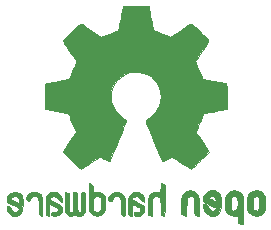
<source format=gbr>
G04 #@! TF.GenerationSoftware,KiCad,Pcbnew,(5.1.2)-1*
G04 #@! TF.CreationDate,2019-06-07T00:55:15-04:00*
G04 #@! TF.ProjectId,volt mod 2,766f6c74-206d-46f6-9420-322e6b696361,rev?*
G04 #@! TF.SameCoordinates,Original*
G04 #@! TF.FileFunction,Legend,Bot*
G04 #@! TF.FilePolarity,Positive*
%FSLAX46Y46*%
G04 Gerber Fmt 4.6, Leading zero omitted, Abs format (unit mm)*
G04 Created by KiCad (PCBNEW (5.1.2)-1) date 2019-06-07 00:55:15*
%MOMM*%
%LPD*%
G04 APERTURE LIST*
%ADD10C,0.010000*%
G04 APERTURE END LIST*
D10*
G36*
X60611643Y-126644997D02*
G01*
X60348323Y-126646439D01*
X60157754Y-126650342D01*
X60027655Y-126657937D01*
X59945743Y-126670450D01*
X59899734Y-126689111D01*
X59877347Y-126715148D01*
X59866298Y-126749788D01*
X59865224Y-126754272D01*
X59848441Y-126835189D01*
X59817375Y-126994842D01*
X59775258Y-127216238D01*
X59725321Y-127482385D01*
X59670797Y-127776290D01*
X59668893Y-127786612D01*
X59614277Y-128074636D01*
X59563178Y-128329115D01*
X59518894Y-128534785D01*
X59484721Y-128676385D01*
X59463957Y-128738650D01*
X59462967Y-128739753D01*
X59401801Y-128770159D01*
X59275690Y-128820828D01*
X59111869Y-128880822D01*
X59110957Y-128881142D01*
X58904612Y-128958704D01*
X58661340Y-129057507D01*
X58432031Y-129156848D01*
X58421178Y-129161760D01*
X58047683Y-129331276D01*
X57220635Y-128766495D01*
X56966923Y-128594320D01*
X56737098Y-128440395D01*
X56544475Y-128313474D01*
X56402368Y-128222309D01*
X56324093Y-128175655D01*
X56316660Y-128172195D01*
X56259776Y-128187600D01*
X56153531Y-128261927D01*
X55993781Y-128398681D01*
X55776384Y-128601368D01*
X55554452Y-128817008D01*
X55340509Y-129029503D01*
X55149031Y-129223410D01*
X54991545Y-129386754D01*
X54879578Y-129507561D01*
X54824657Y-129573855D01*
X54822614Y-129577268D01*
X54816542Y-129622761D01*
X54839416Y-129697056D01*
X54896885Y-129810186D01*
X54994601Y-129972185D01*
X55138216Y-130193086D01*
X55329667Y-130477460D01*
X55499577Y-130727759D01*
X55651462Y-130952250D01*
X55776545Y-131137900D01*
X55866051Y-131271675D01*
X55911200Y-131340542D01*
X55914042Y-131345218D01*
X55908530Y-131411201D01*
X55866745Y-131539448D01*
X55797003Y-131705720D01*
X55772146Y-131758819D01*
X55663689Y-131995377D01*
X55547980Y-132263789D01*
X55453985Y-132496035D01*
X55386255Y-132668407D01*
X55332457Y-132799403D01*
X55301369Y-132867867D01*
X55297504Y-132873142D01*
X55240329Y-132881880D01*
X55105552Y-132905823D01*
X54911094Y-132941562D01*
X54674875Y-132985689D01*
X54414816Y-133034795D01*
X54148837Y-133085472D01*
X53894857Y-133134313D01*
X53670799Y-133177909D01*
X53494580Y-133212851D01*
X53384123Y-133235732D01*
X53357030Y-133242201D01*
X53329044Y-133258167D01*
X53307919Y-133294227D01*
X53292703Y-133362552D01*
X53282447Y-133475315D01*
X53276200Y-133644686D01*
X53273012Y-133882838D01*
X53271933Y-134201942D01*
X53271877Y-134332741D01*
X53271877Y-135396511D01*
X53527337Y-135446933D01*
X53669463Y-135474273D01*
X53881550Y-135514182D01*
X54137807Y-135561845D01*
X54412442Y-135612446D01*
X54488352Y-135626344D01*
X54741779Y-135675617D01*
X54962553Y-135724070D01*
X55132143Y-135767215D01*
X55232020Y-135800563D01*
X55248657Y-135810502D01*
X55289511Y-135880891D01*
X55348087Y-136017283D01*
X55413045Y-136192805D01*
X55425929Y-136230613D01*
X55511066Y-136465030D01*
X55616744Y-136729524D01*
X55720160Y-136967041D01*
X55720670Y-136968144D01*
X55892888Y-137340733D01*
X55326476Y-138173893D01*
X54760065Y-139007053D01*
X55487298Y-139735500D01*
X55707252Y-139952302D01*
X55907868Y-140143414D01*
X56077878Y-140298636D01*
X56206015Y-140407764D01*
X56281011Y-140460595D01*
X56291769Y-140463947D01*
X56354933Y-140437549D01*
X56483820Y-140364160D01*
X56664351Y-140252484D01*
X56882446Y-140111224D01*
X57118246Y-139953027D01*
X57357564Y-139791664D01*
X57570941Y-139651252D01*
X57744825Y-139540431D01*
X57865666Y-139467838D01*
X57919737Y-139442108D01*
X57985706Y-139463880D01*
X58110802Y-139521251D01*
X58269220Y-139602300D01*
X58286013Y-139611309D01*
X58499348Y-139718300D01*
X58645636Y-139770772D01*
X58736620Y-139771330D01*
X58784041Y-139722580D01*
X58784317Y-139721897D01*
X58808020Y-139664164D01*
X58864551Y-139527115D01*
X58949526Y-139321357D01*
X59058562Y-139057498D01*
X59187276Y-138746144D01*
X59331285Y-138397904D01*
X59470749Y-138060744D01*
X59624020Y-137688666D01*
X59764749Y-137343987D01*
X59888718Y-137037271D01*
X59991709Y-136779085D01*
X60069504Y-136579994D01*
X60117886Y-136450565D01*
X60132796Y-136402261D01*
X60095406Y-136346850D01*
X59997602Y-136258538D01*
X59867185Y-136161174D01*
X59495777Y-135853253D01*
X59205470Y-135500304D01*
X58999744Y-135109761D01*
X58882077Y-134689057D01*
X58855949Y-134245629D01*
X58874940Y-134040958D01*
X58978417Y-133616323D01*
X59156627Y-133241336D01*
X59398518Y-132919696D01*
X59693037Y-132655101D01*
X60029129Y-132451250D01*
X60395742Y-132311842D01*
X60781823Y-132240574D01*
X61176319Y-132241145D01*
X61568175Y-132317254D01*
X61946340Y-132472599D01*
X62299760Y-132710879D01*
X62447273Y-132845639D01*
X62730184Y-133191679D01*
X62927168Y-133569826D01*
X63039536Y-133969055D01*
X63068599Y-134378345D01*
X63015669Y-134786672D01*
X62882057Y-135183013D01*
X62669075Y-135556345D01*
X62378034Y-135895645D01*
X62052814Y-136161174D01*
X61917348Y-136262671D01*
X61821651Y-136350025D01*
X61787203Y-136402343D01*
X61805240Y-136459398D01*
X61856538Y-136595698D01*
X61936876Y-136800678D01*
X62042036Y-137063772D01*
X62167796Y-137374416D01*
X62309937Y-137722043D01*
X62449635Y-138060826D01*
X62603759Y-138433222D01*
X62746518Y-138778307D01*
X62873529Y-139085477D01*
X62980411Y-139344125D01*
X63062780Y-139543647D01*
X63116253Y-139673435D01*
X63136067Y-139721897D01*
X63182876Y-139771129D01*
X63273417Y-139770985D01*
X63419342Y-139718877D01*
X63632302Y-139612216D01*
X63633986Y-139611309D01*
X63794330Y-139528536D01*
X63923948Y-139468242D01*
X63997037Y-139442346D01*
X64000263Y-139442108D01*
X64055284Y-139468374D01*
X64176757Y-139541416D01*
X64351129Y-139652595D01*
X64564850Y-139793273D01*
X64801753Y-139953027D01*
X65042945Y-140114779D01*
X65260326Y-140255450D01*
X65439816Y-140366335D01*
X65567336Y-140438730D01*
X65628230Y-140463947D01*
X65684303Y-140430803D01*
X65797040Y-140338173D01*
X65955177Y-140196257D01*
X66147449Y-140015255D01*
X66362591Y-139805369D01*
X66432952Y-139735249D01*
X67160434Y-139006552D01*
X66606705Y-138193900D01*
X66438423Y-137944342D01*
X66290729Y-137720366D01*
X66171910Y-137534949D01*
X66090250Y-137401065D01*
X66054036Y-137331690D01*
X66052975Y-137326755D01*
X66072067Y-137261364D01*
X66123418Y-137129825D01*
X66198140Y-136954181D01*
X66250588Y-136836591D01*
X66348654Y-136611461D01*
X66441007Y-136384015D01*
X66512606Y-136191839D01*
X66532056Y-136133295D01*
X66587314Y-135976956D01*
X66641331Y-135856158D01*
X66671001Y-135810502D01*
X66736476Y-135782561D01*
X66879376Y-135742951D01*
X67081161Y-135696162D01*
X67323288Y-135646683D01*
X67431647Y-135626344D01*
X67706811Y-135575781D01*
X67970746Y-135526822D01*
X68197659Y-135484281D01*
X68361761Y-135452975D01*
X68392662Y-135446933D01*
X68648122Y-135396511D01*
X68648122Y-134332741D01*
X68647548Y-133982950D01*
X68645193Y-133718300D01*
X68640107Y-133526622D01*
X68631339Y-133395744D01*
X68617938Y-133313493D01*
X68598954Y-133267698D01*
X68573438Y-133246188D01*
X68562969Y-133242201D01*
X68499826Y-133228056D01*
X68360325Y-133199834D01*
X68162389Y-133160943D01*
X67923935Y-133114792D01*
X67662886Y-133064788D01*
X67397161Y-133014341D01*
X67144681Y-132966858D01*
X66923365Y-132925748D01*
X66751134Y-132894419D01*
X66645908Y-132876278D01*
X66622495Y-132873142D01*
X66601284Y-132831173D01*
X66554332Y-132719370D01*
X66490419Y-132558888D01*
X66466014Y-132496035D01*
X66367580Y-132253203D01*
X66251666Y-131984918D01*
X66147853Y-131758819D01*
X66071465Y-131585935D01*
X66020644Y-131443877D01*
X66003679Y-131356878D01*
X66006384Y-131345218D01*
X66042239Y-131290170D01*
X66124108Y-131167739D01*
X66243205Y-130990962D01*
X66390742Y-130772877D01*
X66557931Y-130526520D01*
X66590990Y-130477891D01*
X66784980Y-130189773D01*
X66927579Y-129970377D01*
X67024473Y-129809602D01*
X67081346Y-129697346D01*
X67103884Y-129623510D01*
X67097772Y-129577990D01*
X67097616Y-129577700D01*
X67049511Y-129517910D01*
X66943111Y-129402319D01*
X66789948Y-129242909D01*
X66601555Y-129051665D01*
X66389465Y-128840568D01*
X66365547Y-128817008D01*
X66098262Y-128558172D01*
X65891992Y-128368117D01*
X65742592Y-128243337D01*
X65645920Y-128180327D01*
X65603339Y-128172195D01*
X65541196Y-128207672D01*
X65412237Y-128289623D01*
X65229778Y-128409292D01*
X65007133Y-128557926D01*
X64757616Y-128726772D01*
X64699364Y-128766495D01*
X63872316Y-129331276D01*
X63498821Y-129161760D01*
X63271684Y-129062971D01*
X63027872Y-128963617D01*
X62818275Y-128884401D01*
X62809042Y-128881142D01*
X62645095Y-128821129D01*
X62518715Y-128770382D01*
X62457137Y-128739841D01*
X62457032Y-128739753D01*
X62437493Y-128684548D01*
X62404279Y-128548779D01*
X62360687Y-128347709D01*
X62310016Y-128096599D01*
X62255561Y-127810713D01*
X62251106Y-127786612D01*
X62196482Y-127492059D01*
X62146336Y-127224684D01*
X62103898Y-127001480D01*
X62072402Y-126839439D01*
X62055077Y-126755553D01*
X62054775Y-126754272D01*
X62044232Y-126718588D01*
X62023731Y-126691646D01*
X61980989Y-126672218D01*
X61903724Y-126659075D01*
X61779652Y-126650989D01*
X61596491Y-126646732D01*
X61341958Y-126645075D01*
X61003769Y-126644790D01*
X60960000Y-126644790D01*
X60611643Y-126644997D01*
X60611643Y-126644997D01*
G37*
X60611643Y-126644997D02*
X60348323Y-126646439D01*
X60157754Y-126650342D01*
X60027655Y-126657937D01*
X59945743Y-126670450D01*
X59899734Y-126689111D01*
X59877347Y-126715148D01*
X59866298Y-126749788D01*
X59865224Y-126754272D01*
X59848441Y-126835189D01*
X59817375Y-126994842D01*
X59775258Y-127216238D01*
X59725321Y-127482385D01*
X59670797Y-127776290D01*
X59668893Y-127786612D01*
X59614277Y-128074636D01*
X59563178Y-128329115D01*
X59518894Y-128534785D01*
X59484721Y-128676385D01*
X59463957Y-128738650D01*
X59462967Y-128739753D01*
X59401801Y-128770159D01*
X59275690Y-128820828D01*
X59111869Y-128880822D01*
X59110957Y-128881142D01*
X58904612Y-128958704D01*
X58661340Y-129057507D01*
X58432031Y-129156848D01*
X58421178Y-129161760D01*
X58047683Y-129331276D01*
X57220635Y-128766495D01*
X56966923Y-128594320D01*
X56737098Y-128440395D01*
X56544475Y-128313474D01*
X56402368Y-128222309D01*
X56324093Y-128175655D01*
X56316660Y-128172195D01*
X56259776Y-128187600D01*
X56153531Y-128261927D01*
X55993781Y-128398681D01*
X55776384Y-128601368D01*
X55554452Y-128817008D01*
X55340509Y-129029503D01*
X55149031Y-129223410D01*
X54991545Y-129386754D01*
X54879578Y-129507561D01*
X54824657Y-129573855D01*
X54822614Y-129577268D01*
X54816542Y-129622761D01*
X54839416Y-129697056D01*
X54896885Y-129810186D01*
X54994601Y-129972185D01*
X55138216Y-130193086D01*
X55329667Y-130477460D01*
X55499577Y-130727759D01*
X55651462Y-130952250D01*
X55776545Y-131137900D01*
X55866051Y-131271675D01*
X55911200Y-131340542D01*
X55914042Y-131345218D01*
X55908530Y-131411201D01*
X55866745Y-131539448D01*
X55797003Y-131705720D01*
X55772146Y-131758819D01*
X55663689Y-131995377D01*
X55547980Y-132263789D01*
X55453985Y-132496035D01*
X55386255Y-132668407D01*
X55332457Y-132799403D01*
X55301369Y-132867867D01*
X55297504Y-132873142D01*
X55240329Y-132881880D01*
X55105552Y-132905823D01*
X54911094Y-132941562D01*
X54674875Y-132985689D01*
X54414816Y-133034795D01*
X54148837Y-133085472D01*
X53894857Y-133134313D01*
X53670799Y-133177909D01*
X53494580Y-133212851D01*
X53384123Y-133235732D01*
X53357030Y-133242201D01*
X53329044Y-133258167D01*
X53307919Y-133294227D01*
X53292703Y-133362552D01*
X53282447Y-133475315D01*
X53276200Y-133644686D01*
X53273012Y-133882838D01*
X53271933Y-134201942D01*
X53271877Y-134332741D01*
X53271877Y-135396511D01*
X53527337Y-135446933D01*
X53669463Y-135474273D01*
X53881550Y-135514182D01*
X54137807Y-135561845D01*
X54412442Y-135612446D01*
X54488352Y-135626344D01*
X54741779Y-135675617D01*
X54962553Y-135724070D01*
X55132143Y-135767215D01*
X55232020Y-135800563D01*
X55248657Y-135810502D01*
X55289511Y-135880891D01*
X55348087Y-136017283D01*
X55413045Y-136192805D01*
X55425929Y-136230613D01*
X55511066Y-136465030D01*
X55616744Y-136729524D01*
X55720160Y-136967041D01*
X55720670Y-136968144D01*
X55892888Y-137340733D01*
X55326476Y-138173893D01*
X54760065Y-139007053D01*
X55487298Y-139735500D01*
X55707252Y-139952302D01*
X55907868Y-140143414D01*
X56077878Y-140298636D01*
X56206015Y-140407764D01*
X56281011Y-140460595D01*
X56291769Y-140463947D01*
X56354933Y-140437549D01*
X56483820Y-140364160D01*
X56664351Y-140252484D01*
X56882446Y-140111224D01*
X57118246Y-139953027D01*
X57357564Y-139791664D01*
X57570941Y-139651252D01*
X57744825Y-139540431D01*
X57865666Y-139467838D01*
X57919737Y-139442108D01*
X57985706Y-139463880D01*
X58110802Y-139521251D01*
X58269220Y-139602300D01*
X58286013Y-139611309D01*
X58499348Y-139718300D01*
X58645636Y-139770772D01*
X58736620Y-139771330D01*
X58784041Y-139722580D01*
X58784317Y-139721897D01*
X58808020Y-139664164D01*
X58864551Y-139527115D01*
X58949526Y-139321357D01*
X59058562Y-139057498D01*
X59187276Y-138746144D01*
X59331285Y-138397904D01*
X59470749Y-138060744D01*
X59624020Y-137688666D01*
X59764749Y-137343987D01*
X59888718Y-137037271D01*
X59991709Y-136779085D01*
X60069504Y-136579994D01*
X60117886Y-136450565D01*
X60132796Y-136402261D01*
X60095406Y-136346850D01*
X59997602Y-136258538D01*
X59867185Y-136161174D01*
X59495777Y-135853253D01*
X59205470Y-135500304D01*
X58999744Y-135109761D01*
X58882077Y-134689057D01*
X58855949Y-134245629D01*
X58874940Y-134040958D01*
X58978417Y-133616323D01*
X59156627Y-133241336D01*
X59398518Y-132919696D01*
X59693037Y-132655101D01*
X60029129Y-132451250D01*
X60395742Y-132311842D01*
X60781823Y-132240574D01*
X61176319Y-132241145D01*
X61568175Y-132317254D01*
X61946340Y-132472599D01*
X62299760Y-132710879D01*
X62447273Y-132845639D01*
X62730184Y-133191679D01*
X62927168Y-133569826D01*
X63039536Y-133969055D01*
X63068599Y-134378345D01*
X63015669Y-134786672D01*
X62882057Y-135183013D01*
X62669075Y-135556345D01*
X62378034Y-135895645D01*
X62052814Y-136161174D01*
X61917348Y-136262671D01*
X61821651Y-136350025D01*
X61787203Y-136402343D01*
X61805240Y-136459398D01*
X61856538Y-136595698D01*
X61936876Y-136800678D01*
X62042036Y-137063772D01*
X62167796Y-137374416D01*
X62309937Y-137722043D01*
X62449635Y-138060826D01*
X62603759Y-138433222D01*
X62746518Y-138778307D01*
X62873529Y-139085477D01*
X62980411Y-139344125D01*
X63062780Y-139543647D01*
X63116253Y-139673435D01*
X63136067Y-139721897D01*
X63182876Y-139771129D01*
X63273417Y-139770985D01*
X63419342Y-139718877D01*
X63632302Y-139612216D01*
X63633986Y-139611309D01*
X63794330Y-139528536D01*
X63923948Y-139468242D01*
X63997037Y-139442346D01*
X64000263Y-139442108D01*
X64055284Y-139468374D01*
X64176757Y-139541416D01*
X64351129Y-139652595D01*
X64564850Y-139793273D01*
X64801753Y-139953027D01*
X65042945Y-140114779D01*
X65260326Y-140255450D01*
X65439816Y-140366335D01*
X65567336Y-140438730D01*
X65628230Y-140463947D01*
X65684303Y-140430803D01*
X65797040Y-140338173D01*
X65955177Y-140196257D01*
X66147449Y-140015255D01*
X66362591Y-139805369D01*
X66432952Y-139735249D01*
X67160434Y-139006552D01*
X66606705Y-138193900D01*
X66438423Y-137944342D01*
X66290729Y-137720366D01*
X66171910Y-137534949D01*
X66090250Y-137401065D01*
X66054036Y-137331690D01*
X66052975Y-137326755D01*
X66072067Y-137261364D01*
X66123418Y-137129825D01*
X66198140Y-136954181D01*
X66250588Y-136836591D01*
X66348654Y-136611461D01*
X66441007Y-136384015D01*
X66512606Y-136191839D01*
X66532056Y-136133295D01*
X66587314Y-135976956D01*
X66641331Y-135856158D01*
X66671001Y-135810502D01*
X66736476Y-135782561D01*
X66879376Y-135742951D01*
X67081161Y-135696162D01*
X67323288Y-135646683D01*
X67431647Y-135626344D01*
X67706811Y-135575781D01*
X67970746Y-135526822D01*
X68197659Y-135484281D01*
X68361761Y-135452975D01*
X68392662Y-135446933D01*
X68648122Y-135396511D01*
X68648122Y-134332741D01*
X68647548Y-133982950D01*
X68645193Y-133718300D01*
X68640107Y-133526622D01*
X68631339Y-133395744D01*
X68617938Y-133313493D01*
X68598954Y-133267698D01*
X68573438Y-133246188D01*
X68562969Y-133242201D01*
X68499826Y-133228056D01*
X68360325Y-133199834D01*
X68162389Y-133160943D01*
X67923935Y-133114792D01*
X67662886Y-133064788D01*
X67397161Y-133014341D01*
X67144681Y-132966858D01*
X66923365Y-132925748D01*
X66751134Y-132894419D01*
X66645908Y-132876278D01*
X66622495Y-132873142D01*
X66601284Y-132831173D01*
X66554332Y-132719370D01*
X66490419Y-132558888D01*
X66466014Y-132496035D01*
X66367580Y-132253203D01*
X66251666Y-131984918D01*
X66147853Y-131758819D01*
X66071465Y-131585935D01*
X66020644Y-131443877D01*
X66003679Y-131356878D01*
X66006384Y-131345218D01*
X66042239Y-131290170D01*
X66124108Y-131167739D01*
X66243205Y-130990962D01*
X66390742Y-130772877D01*
X66557931Y-130526520D01*
X66590990Y-130477891D01*
X66784980Y-130189773D01*
X66927579Y-129970377D01*
X67024473Y-129809602D01*
X67081346Y-129697346D01*
X67103884Y-129623510D01*
X67097772Y-129577990D01*
X67097616Y-129577700D01*
X67049511Y-129517910D01*
X66943111Y-129402319D01*
X66789948Y-129242909D01*
X66601555Y-129051665D01*
X66389465Y-128840568D01*
X66365547Y-128817008D01*
X66098262Y-128558172D01*
X65891992Y-128368117D01*
X65742592Y-128243337D01*
X65645920Y-128180327D01*
X65603339Y-128172195D01*
X65541196Y-128207672D01*
X65412237Y-128289623D01*
X65229778Y-128409292D01*
X65007133Y-128557926D01*
X64757616Y-128726772D01*
X64699364Y-128766495D01*
X63872316Y-129331276D01*
X63498821Y-129161760D01*
X63271684Y-129062971D01*
X63027872Y-128963617D01*
X62818275Y-128884401D01*
X62809042Y-128881142D01*
X62645095Y-128821129D01*
X62518715Y-128770382D01*
X62457137Y-128739841D01*
X62457032Y-128739753D01*
X62437493Y-128684548D01*
X62404279Y-128548779D01*
X62360687Y-128347709D01*
X62310016Y-128096599D01*
X62255561Y-127810713D01*
X62251106Y-127786612D01*
X62196482Y-127492059D01*
X62146336Y-127224684D01*
X62103898Y-127001480D01*
X62072402Y-126839439D01*
X62055077Y-126755553D01*
X62054775Y-126754272D01*
X62044232Y-126718588D01*
X62023731Y-126691646D01*
X61980989Y-126672218D01*
X61903724Y-126659075D01*
X61779652Y-126650989D01*
X61596491Y-126646732D01*
X61341958Y-126645075D01*
X61003769Y-126644790D01*
X60960000Y-126644790D01*
X60611643Y-126644997D01*
G36*
X50387601Y-142484233D02*
G01*
X50195083Y-142610057D01*
X50102226Y-142722696D01*
X50028660Y-142927092D01*
X50022817Y-143088830D01*
X50036053Y-143305094D01*
X50534808Y-143523398D01*
X50777315Y-143634930D01*
X50935771Y-143724650D01*
X51018164Y-143802361D01*
X51032482Y-143877867D01*
X50986713Y-143960971D01*
X50936245Y-144016054D01*
X50789395Y-144104389D01*
X50629672Y-144110579D01*
X50482980Y-144041735D01*
X50375219Y-143904972D01*
X50355945Y-143856680D01*
X50263624Y-143705848D01*
X50157412Y-143641567D01*
X50011724Y-143586576D01*
X50011724Y-143795057D01*
X50024604Y-143936926D01*
X50075057Y-144056563D01*
X50180803Y-144193927D01*
X50196520Y-144211777D01*
X50314145Y-144333986D01*
X50415254Y-144399570D01*
X50541750Y-144429742D01*
X50646616Y-144439623D01*
X50834189Y-144442085D01*
X50967716Y-144410892D01*
X51051017Y-144364579D01*
X51181937Y-144262735D01*
X51272561Y-144152591D01*
X51329913Y-144014069D01*
X51361020Y-143827090D01*
X51372906Y-143571577D01*
X51373855Y-143441894D01*
X51370629Y-143286421D01*
X51076834Y-143286421D01*
X51073427Y-143369827D01*
X51064934Y-143383487D01*
X51008890Y-143364931D01*
X50888282Y-143315822D01*
X50727087Y-143246002D01*
X50693378Y-143230995D01*
X50489661Y-143127404D01*
X50377421Y-143036359D01*
X50352753Y-142951081D01*
X50411755Y-142864794D01*
X50460482Y-142826667D01*
X50636306Y-142750417D01*
X50800873Y-142763014D01*
X50938646Y-142856086D01*
X51034087Y-143021256D01*
X51064686Y-143152357D01*
X51076834Y-143286421D01*
X51370629Y-143286421D01*
X51367568Y-143138919D01*
X51344401Y-142914756D01*
X51298510Y-142751526D01*
X51224046Y-142631352D01*
X51115164Y-142536355D01*
X51067695Y-142505655D01*
X50852062Y-142425703D01*
X50615979Y-142420672D01*
X50387601Y-142484233D01*
X50387601Y-142484233D01*
G37*
X50387601Y-142484233D02*
X50195083Y-142610057D01*
X50102226Y-142722696D01*
X50028660Y-142927092D01*
X50022817Y-143088830D01*
X50036053Y-143305094D01*
X50534808Y-143523398D01*
X50777315Y-143634930D01*
X50935771Y-143724650D01*
X51018164Y-143802361D01*
X51032482Y-143877867D01*
X50986713Y-143960971D01*
X50936245Y-144016054D01*
X50789395Y-144104389D01*
X50629672Y-144110579D01*
X50482980Y-144041735D01*
X50375219Y-143904972D01*
X50355945Y-143856680D01*
X50263624Y-143705848D01*
X50157412Y-143641567D01*
X50011724Y-143586576D01*
X50011724Y-143795057D01*
X50024604Y-143936926D01*
X50075057Y-144056563D01*
X50180803Y-144193927D01*
X50196520Y-144211777D01*
X50314145Y-144333986D01*
X50415254Y-144399570D01*
X50541750Y-144429742D01*
X50646616Y-144439623D01*
X50834189Y-144442085D01*
X50967716Y-144410892D01*
X51051017Y-144364579D01*
X51181937Y-144262735D01*
X51272561Y-144152591D01*
X51329913Y-144014069D01*
X51361020Y-143827090D01*
X51372906Y-143571577D01*
X51373855Y-143441894D01*
X51370629Y-143286421D01*
X51076834Y-143286421D01*
X51073427Y-143369827D01*
X51064934Y-143383487D01*
X51008890Y-143364931D01*
X50888282Y-143315822D01*
X50727087Y-143246002D01*
X50693378Y-143230995D01*
X50489661Y-143127404D01*
X50377421Y-143036359D01*
X50352753Y-142951081D01*
X50411755Y-142864794D01*
X50460482Y-142826667D01*
X50636306Y-142750417D01*
X50800873Y-142763014D01*
X50938646Y-142856086D01*
X51034087Y-143021256D01*
X51064686Y-143152357D01*
X51076834Y-143286421D01*
X51370629Y-143286421D01*
X51367568Y-143138919D01*
X51344401Y-142914756D01*
X51298510Y-142751526D01*
X51224046Y-142631352D01*
X51115164Y-142536355D01*
X51067695Y-142505655D01*
X50852062Y-142425703D01*
X50615979Y-142420672D01*
X50387601Y-142484233D01*
G36*
X52067184Y-142456697D02*
G01*
X52009024Y-142482116D01*
X51870205Y-142592059D01*
X51751495Y-142751030D01*
X51678079Y-142920677D01*
X51666130Y-143004313D01*
X51706191Y-143121078D01*
X51794065Y-143182862D01*
X51888282Y-143220273D01*
X51931423Y-143227167D01*
X51952429Y-143177138D01*
X51993910Y-143068269D01*
X52012108Y-143019076D01*
X52114152Y-142848913D01*
X52261897Y-142764038D01*
X52451345Y-142766648D01*
X52465377Y-142769991D01*
X52566519Y-142817945D01*
X52640876Y-142911432D01*
X52691662Y-143061939D01*
X52722092Y-143280951D01*
X52735382Y-143579956D01*
X52736628Y-143739056D01*
X52737246Y-143989855D01*
X52741295Y-144160825D01*
X52752067Y-144269454D01*
X52772853Y-144333230D01*
X52806945Y-144369643D01*
X52857635Y-144396179D01*
X52860565Y-144397515D01*
X52958182Y-144438787D01*
X53006542Y-144453985D01*
X53013973Y-144408037D01*
X53020334Y-144281034D01*
X53025168Y-144089235D01*
X53028015Y-143848902D01*
X53028582Y-143673024D01*
X53025687Y-143332688D01*
X53014363Y-143074495D01*
X52990654Y-142883374D01*
X52950603Y-142744253D01*
X52890253Y-142642060D01*
X52805647Y-142561724D01*
X52722101Y-142505655D01*
X52521209Y-142431032D01*
X52287404Y-142414202D01*
X52067184Y-142456697D01*
X52067184Y-142456697D01*
G37*
X52067184Y-142456697D02*
X52009024Y-142482116D01*
X51870205Y-142592059D01*
X51751495Y-142751030D01*
X51678079Y-142920677D01*
X51666130Y-143004313D01*
X51706191Y-143121078D01*
X51794065Y-143182862D01*
X51888282Y-143220273D01*
X51931423Y-143227167D01*
X51952429Y-143177138D01*
X51993910Y-143068269D01*
X52012108Y-143019076D01*
X52114152Y-142848913D01*
X52261897Y-142764038D01*
X52451345Y-142766648D01*
X52465377Y-142769991D01*
X52566519Y-142817945D01*
X52640876Y-142911432D01*
X52691662Y-143061939D01*
X52722092Y-143280951D01*
X52735382Y-143579956D01*
X52736628Y-143739056D01*
X52737246Y-143989855D01*
X52741295Y-144160825D01*
X52752067Y-144269454D01*
X52772853Y-144333230D01*
X52806945Y-144369643D01*
X52857635Y-144396179D01*
X52860565Y-144397515D01*
X52958182Y-144438787D01*
X53006542Y-144453985D01*
X53013973Y-144408037D01*
X53020334Y-144281034D01*
X53025168Y-144089235D01*
X53028015Y-143848902D01*
X53028582Y-143673024D01*
X53025687Y-143332688D01*
X53014363Y-143074495D01*
X52990654Y-142883374D01*
X52950603Y-142744253D01*
X52890253Y-142642060D01*
X52805647Y-142561724D01*
X52722101Y-142505655D01*
X52521209Y-142431032D01*
X52287404Y-142414202D01*
X52067184Y-142456697D01*
G36*
X53769322Y-142448594D02*
G01*
X53629218Y-142512323D01*
X53519250Y-142589543D01*
X53438676Y-142675887D01*
X53383046Y-142787272D01*
X53347911Y-142939616D01*
X53328821Y-143148835D01*
X53321328Y-143430846D01*
X53320536Y-143616555D01*
X53320536Y-144341046D01*
X53444473Y-144397515D01*
X53542090Y-144438787D01*
X53590450Y-144453985D01*
X53599702Y-144408762D01*
X53607042Y-144286824D01*
X53611536Y-144108772D01*
X53612490Y-143967395D01*
X53616590Y-143763146D01*
X53627646Y-143601113D01*
X53643789Y-143501891D01*
X53656613Y-143480805D01*
X53742814Y-143502338D01*
X53878138Y-143557566D01*
X54034830Y-143632436D01*
X54185137Y-143712892D01*
X54301307Y-143784880D01*
X54355587Y-143834346D01*
X54355802Y-143834881D01*
X54351133Y-143926428D01*
X54309268Y-144013820D01*
X54235765Y-144084802D01*
X54128484Y-144108543D01*
X54036798Y-144105777D01*
X53906942Y-144103741D01*
X53838779Y-144134164D01*
X53797841Y-144214543D01*
X53792679Y-144229700D01*
X53774933Y-144344331D01*
X53822391Y-144413934D01*
X53946093Y-144447105D01*
X54079719Y-144453240D01*
X54320183Y-144407763D01*
X54444662Y-144342817D01*
X54598395Y-144190246D01*
X54679927Y-144002971D01*
X54687244Y-143805085D01*
X54618331Y-143620685D01*
X54514672Y-143505134D01*
X54411177Y-143440442D01*
X54248508Y-143358542D01*
X54058946Y-143275486D01*
X54027350Y-143262795D01*
X53819131Y-143170908D01*
X53699102Y-143089923D01*
X53660499Y-143009413D01*
X53696560Y-142918950D01*
X53758467Y-142848238D01*
X53904787Y-142761170D01*
X54065783Y-142754640D01*
X54213427Y-142821735D01*
X54319690Y-142955544D01*
X54333638Y-142990067D01*
X54414840Y-143117042D01*
X54533392Y-143211309D01*
X54682988Y-143288668D01*
X54682988Y-143069307D01*
X54674183Y-142935280D01*
X54636430Y-142829644D01*
X54552721Y-142716939D01*
X54472364Y-142630127D01*
X54347409Y-142507204D01*
X54250323Y-142441171D01*
X54146046Y-142414684D01*
X54028011Y-142410307D01*
X53769322Y-142448594D01*
X53769322Y-142448594D01*
G37*
X53769322Y-142448594D02*
X53629218Y-142512323D01*
X53519250Y-142589543D01*
X53438676Y-142675887D01*
X53383046Y-142787272D01*
X53347911Y-142939616D01*
X53328821Y-143148835D01*
X53321328Y-143430846D01*
X53320536Y-143616555D01*
X53320536Y-144341046D01*
X53444473Y-144397515D01*
X53542090Y-144438787D01*
X53590450Y-144453985D01*
X53599702Y-144408762D01*
X53607042Y-144286824D01*
X53611536Y-144108772D01*
X53612490Y-143967395D01*
X53616590Y-143763146D01*
X53627646Y-143601113D01*
X53643789Y-143501891D01*
X53656613Y-143480805D01*
X53742814Y-143502338D01*
X53878138Y-143557566D01*
X54034830Y-143632436D01*
X54185137Y-143712892D01*
X54301307Y-143784880D01*
X54355587Y-143834346D01*
X54355802Y-143834881D01*
X54351133Y-143926428D01*
X54309268Y-144013820D01*
X54235765Y-144084802D01*
X54128484Y-144108543D01*
X54036798Y-144105777D01*
X53906942Y-144103741D01*
X53838779Y-144134164D01*
X53797841Y-144214543D01*
X53792679Y-144229700D01*
X53774933Y-144344331D01*
X53822391Y-144413934D01*
X53946093Y-144447105D01*
X54079719Y-144453240D01*
X54320183Y-144407763D01*
X54444662Y-144342817D01*
X54598395Y-144190246D01*
X54679927Y-144002971D01*
X54687244Y-143805085D01*
X54618331Y-143620685D01*
X54514672Y-143505134D01*
X54411177Y-143440442D01*
X54248508Y-143358542D01*
X54058946Y-143275486D01*
X54027350Y-143262795D01*
X53819131Y-143170908D01*
X53699102Y-143089923D01*
X53660499Y-143009413D01*
X53696560Y-142918950D01*
X53758467Y-142848238D01*
X53904787Y-142761170D01*
X54065783Y-142754640D01*
X54213427Y-142821735D01*
X54319690Y-142955544D01*
X54333638Y-142990067D01*
X54414840Y-143117042D01*
X54533392Y-143211309D01*
X54682988Y-143288668D01*
X54682988Y-143069307D01*
X54674183Y-142935280D01*
X54636430Y-142829644D01*
X54552721Y-142716939D01*
X54472364Y-142630127D01*
X54347409Y-142507204D01*
X54250323Y-142441171D01*
X54146046Y-142414684D01*
X54028011Y-142410307D01*
X53769322Y-142448594D01*
G36*
X54993127Y-142456400D02*
G01*
X54985701Y-142584422D01*
X54979882Y-142778985D01*
X54976141Y-143024702D01*
X54974942Y-143282426D01*
X54974942Y-144154545D01*
X55128925Y-144308528D01*
X55235037Y-144403412D01*
X55328184Y-144441845D01*
X55455496Y-144439413D01*
X55506032Y-144433223D01*
X55663983Y-144415210D01*
X55794629Y-144404888D01*
X55826475Y-144403935D01*
X55933834Y-144410171D01*
X56087381Y-144425824D01*
X56146917Y-144433223D01*
X56293143Y-144444668D01*
X56391411Y-144419808D01*
X56488850Y-144343058D01*
X56524024Y-144308528D01*
X56678007Y-144154545D01*
X56678007Y-142523246D01*
X56554070Y-142466776D01*
X56447350Y-142424950D01*
X56384913Y-142410307D01*
X56368904Y-142456583D01*
X56353942Y-142585884D01*
X56341022Y-142783914D01*
X56331143Y-143036380D01*
X56326378Y-143249675D01*
X56313065Y-144089042D01*
X56196920Y-144105464D01*
X56091284Y-144093982D01*
X56039523Y-144056805D01*
X56025055Y-143987298D01*
X56012702Y-143839240D01*
X56003448Y-143631391D01*
X55998272Y-143382512D01*
X55997526Y-143254435D01*
X55996781Y-142517145D01*
X55843543Y-142463726D01*
X55735084Y-142427406D01*
X55676087Y-142410468D01*
X55674386Y-142410307D01*
X55668467Y-142456349D01*
X55661961Y-142584018D01*
X55655414Y-142777632D01*
X55649373Y-143021507D01*
X55645152Y-143249675D01*
X55631839Y-144089042D01*
X55339885Y-144089042D01*
X55326487Y-143323275D01*
X55313090Y-142557508D01*
X55170762Y-142483908D01*
X55065678Y-142433366D01*
X55003483Y-142410431D01*
X55001688Y-142410307D01*
X54993127Y-142456400D01*
X54993127Y-142456400D01*
G37*
X54993127Y-142456400D02*
X54985701Y-142584422D01*
X54979882Y-142778985D01*
X54976141Y-143024702D01*
X54974942Y-143282426D01*
X54974942Y-144154545D01*
X55128925Y-144308528D01*
X55235037Y-144403412D01*
X55328184Y-144441845D01*
X55455496Y-144439413D01*
X55506032Y-144433223D01*
X55663983Y-144415210D01*
X55794629Y-144404888D01*
X55826475Y-144403935D01*
X55933834Y-144410171D01*
X56087381Y-144425824D01*
X56146917Y-144433223D01*
X56293143Y-144444668D01*
X56391411Y-144419808D01*
X56488850Y-144343058D01*
X56524024Y-144308528D01*
X56678007Y-144154545D01*
X56678007Y-142523246D01*
X56554070Y-142466776D01*
X56447350Y-142424950D01*
X56384913Y-142410307D01*
X56368904Y-142456583D01*
X56353942Y-142585884D01*
X56341022Y-142783914D01*
X56331143Y-143036380D01*
X56326378Y-143249675D01*
X56313065Y-144089042D01*
X56196920Y-144105464D01*
X56091284Y-144093982D01*
X56039523Y-144056805D01*
X56025055Y-143987298D01*
X56012702Y-143839240D01*
X56003448Y-143631391D01*
X55998272Y-143382512D01*
X55997526Y-143254435D01*
X55996781Y-142517145D01*
X55843543Y-142463726D01*
X55735084Y-142427406D01*
X55676087Y-142410468D01*
X55674386Y-142410307D01*
X55668467Y-142456349D01*
X55661961Y-142584018D01*
X55655414Y-142777632D01*
X55649373Y-143021507D01*
X55645152Y-143249675D01*
X55631839Y-144089042D01*
X55339885Y-144089042D01*
X55326487Y-143323275D01*
X55313090Y-142557508D01*
X55170762Y-142483908D01*
X55065678Y-142433366D01*
X55003483Y-142410431D01*
X55001688Y-142410307D01*
X54993127Y-142456400D01*
G36*
X56970143Y-142814093D02*
G01*
X56970761Y-143177769D01*
X56973153Y-143457532D01*
X56978329Y-143666784D01*
X56987296Y-143818926D01*
X57001064Y-143927359D01*
X57020639Y-144005485D01*
X57047032Y-144066707D01*
X57067016Y-144101652D01*
X57232517Y-144291157D01*
X57442352Y-144409942D01*
X57674514Y-144452564D01*
X57906992Y-144413583D01*
X58045428Y-144343532D01*
X58190758Y-144222353D01*
X58289805Y-144074354D01*
X58349565Y-143880534D01*
X58377031Y-143621892D01*
X58380921Y-143432146D01*
X58380397Y-143418510D01*
X58040459Y-143418510D01*
X58038383Y-143636096D01*
X58028870Y-143780134D01*
X58006992Y-143874364D01*
X57967824Y-143942523D01*
X57921024Y-143993936D01*
X57763854Y-144093175D01*
X57595100Y-144101653D01*
X57435607Y-144018799D01*
X57423193Y-144007572D01*
X57370209Y-143949171D01*
X57336986Y-143879686D01*
X57319000Y-143776270D01*
X57311725Y-143616073D01*
X57310574Y-143438965D01*
X57313068Y-143216467D01*
X57323392Y-143068037D01*
X57345809Y-142970489D01*
X57384582Y-142900637D01*
X57416374Y-142863539D01*
X57564061Y-142769975D01*
X57734154Y-142758725D01*
X57896508Y-142830190D01*
X57927840Y-142856720D01*
X57981178Y-142915636D01*
X58014469Y-142985837D01*
X58032344Y-143090418D01*
X58039434Y-143252479D01*
X58040459Y-143418510D01*
X58380397Y-143418510D01*
X58369160Y-143126579D01*
X58329213Y-142896993D01*
X58254087Y-142724387D01*
X58136786Y-142589760D01*
X58045428Y-142520759D01*
X57879373Y-142446214D01*
X57686908Y-142411613D01*
X57508001Y-142420875D01*
X57407892Y-142458238D01*
X57368607Y-142468872D01*
X57342539Y-142429225D01*
X57324342Y-142322981D01*
X57310574Y-142161145D01*
X57295501Y-141980902D01*
X57274564Y-141872458D01*
X57236468Y-141810446D01*
X57169915Y-141769499D01*
X57128103Y-141751366D01*
X56969961Y-141685120D01*
X56970143Y-142814093D01*
X56970143Y-142814093D01*
G37*
X56970143Y-142814093D02*
X56970761Y-143177769D01*
X56973153Y-143457532D01*
X56978329Y-143666784D01*
X56987296Y-143818926D01*
X57001064Y-143927359D01*
X57020639Y-144005485D01*
X57047032Y-144066707D01*
X57067016Y-144101652D01*
X57232517Y-144291157D01*
X57442352Y-144409942D01*
X57674514Y-144452564D01*
X57906992Y-144413583D01*
X58045428Y-144343532D01*
X58190758Y-144222353D01*
X58289805Y-144074354D01*
X58349565Y-143880534D01*
X58377031Y-143621892D01*
X58380921Y-143432146D01*
X58380397Y-143418510D01*
X58040459Y-143418510D01*
X58038383Y-143636096D01*
X58028870Y-143780134D01*
X58006992Y-143874364D01*
X57967824Y-143942523D01*
X57921024Y-143993936D01*
X57763854Y-144093175D01*
X57595100Y-144101653D01*
X57435607Y-144018799D01*
X57423193Y-144007572D01*
X57370209Y-143949171D01*
X57336986Y-143879686D01*
X57319000Y-143776270D01*
X57311725Y-143616073D01*
X57310574Y-143438965D01*
X57313068Y-143216467D01*
X57323392Y-143068037D01*
X57345809Y-142970489D01*
X57384582Y-142900637D01*
X57416374Y-142863539D01*
X57564061Y-142769975D01*
X57734154Y-142758725D01*
X57896508Y-142830190D01*
X57927840Y-142856720D01*
X57981178Y-142915636D01*
X58014469Y-142985837D01*
X58032344Y-143090418D01*
X58039434Y-143252479D01*
X58040459Y-143418510D01*
X58380397Y-143418510D01*
X58369160Y-143126579D01*
X58329213Y-142896993D01*
X58254087Y-142724387D01*
X58136786Y-142589760D01*
X58045428Y-142520759D01*
X57879373Y-142446214D01*
X57686908Y-142411613D01*
X57508001Y-142420875D01*
X57407892Y-142458238D01*
X57368607Y-142468872D01*
X57342539Y-142429225D01*
X57324342Y-142322981D01*
X57310574Y-142161145D01*
X57295501Y-141980902D01*
X57274564Y-141872458D01*
X57236468Y-141810446D01*
X57169915Y-141769499D01*
X57128103Y-141751366D01*
X56969961Y-141685120D01*
X56970143Y-142814093D01*
G36*
X59183428Y-142426534D02*
G01*
X58962391Y-142508099D01*
X58783317Y-142652366D01*
X58713280Y-142753920D01*
X58636929Y-142940268D01*
X58638515Y-143075010D01*
X58718653Y-143165631D01*
X58748304Y-143181040D01*
X58876326Y-143229084D01*
X58941706Y-143216776D01*
X58963852Y-143136098D01*
X58964980Y-143091533D01*
X59005523Y-142927581D01*
X59111198Y-142812891D01*
X59258076Y-142757497D01*
X59422227Y-142771435D01*
X59555663Y-142843827D01*
X59600731Y-142885120D01*
X59632677Y-142935216D01*
X59654256Y-143010942D01*
X59668227Y-143129128D01*
X59677345Y-143306600D01*
X59684369Y-143560186D01*
X59686188Y-143640479D01*
X59692822Y-143915158D01*
X59700364Y-144108481D01*
X59711675Y-144236388D01*
X59729615Y-144314822D01*
X59757045Y-144359725D01*
X59796823Y-144387038D01*
X59822290Y-144399105D01*
X59930444Y-144440367D01*
X59994110Y-144453985D01*
X60015146Y-144408505D01*
X60027987Y-144271006D01*
X60032700Y-144039902D01*
X60029356Y-143713604D01*
X60028314Y-143663276D01*
X60020965Y-143365581D01*
X60012274Y-143148205D01*
X59999908Y-142994153D01*
X59981530Y-142886430D01*
X59954805Y-142808042D01*
X59917398Y-142741994D01*
X59897830Y-142713691D01*
X59785634Y-142588467D01*
X59660150Y-142491063D01*
X59644787Y-142482561D01*
X59419777Y-142415433D01*
X59183428Y-142426534D01*
X59183428Y-142426534D01*
G37*
X59183428Y-142426534D02*
X58962391Y-142508099D01*
X58783317Y-142652366D01*
X58713280Y-142753920D01*
X58636929Y-142940268D01*
X58638515Y-143075010D01*
X58718653Y-143165631D01*
X58748304Y-143181040D01*
X58876326Y-143229084D01*
X58941706Y-143216776D01*
X58963852Y-143136098D01*
X58964980Y-143091533D01*
X59005523Y-142927581D01*
X59111198Y-142812891D01*
X59258076Y-142757497D01*
X59422227Y-142771435D01*
X59555663Y-142843827D01*
X59600731Y-142885120D01*
X59632677Y-142935216D01*
X59654256Y-143010942D01*
X59668227Y-143129128D01*
X59677345Y-143306600D01*
X59684369Y-143560186D01*
X59686188Y-143640479D01*
X59692822Y-143915158D01*
X59700364Y-144108481D01*
X59711675Y-144236388D01*
X59729615Y-144314822D01*
X59757045Y-144359725D01*
X59796823Y-144387038D01*
X59822290Y-144399105D01*
X59930444Y-144440367D01*
X59994110Y-144453985D01*
X60015146Y-144408505D01*
X60027987Y-144271006D01*
X60032700Y-144039902D01*
X60029356Y-143713604D01*
X60028314Y-143663276D01*
X60020965Y-143365581D01*
X60012274Y-143148205D01*
X59999908Y-142994153D01*
X59981530Y-142886430D01*
X59954805Y-142808042D01*
X59917398Y-142741994D01*
X59897830Y-142713691D01*
X59785634Y-142588467D01*
X59660150Y-142491063D01*
X59644787Y-142482561D01*
X59419777Y-142415433D01*
X59183428Y-142426534D01*
G36*
X60826759Y-142430601D02*
G01*
X60636095Y-142501403D01*
X60633914Y-142502764D01*
X60515994Y-142589550D01*
X60428940Y-142690973D01*
X60367714Y-142823145D01*
X60327277Y-143002182D01*
X60302591Y-143244195D01*
X60288618Y-143565299D01*
X60287393Y-143611048D01*
X60269800Y-144300869D01*
X60417848Y-144377427D01*
X60524970Y-144429163D01*
X60589649Y-144453678D01*
X60592641Y-144453985D01*
X60603834Y-144408751D01*
X60612725Y-144286736D01*
X60618194Y-144108468D01*
X60619387Y-143964116D01*
X60619414Y-143730271D01*
X60630104Y-143583419D01*
X60667367Y-143513376D01*
X60747112Y-143509958D01*
X60885251Y-143562983D01*
X61093812Y-143660454D01*
X61247171Y-143741409D01*
X61326048Y-143811644D01*
X61349236Y-143888194D01*
X61349272Y-143891982D01*
X61311007Y-144023852D01*
X61197717Y-144095091D01*
X61024336Y-144105410D01*
X60899450Y-144103620D01*
X60833601Y-144139589D01*
X60792536Y-144225985D01*
X60768901Y-144336054D01*
X60802961Y-144398508D01*
X60815786Y-144407446D01*
X60936528Y-144443343D01*
X61105612Y-144448426D01*
X61279739Y-144424631D01*
X61403124Y-144381147D01*
X61573713Y-144236309D01*
X61670681Y-144034694D01*
X61689885Y-143877180D01*
X61675230Y-143735104D01*
X61622199Y-143619127D01*
X61517194Y-143516121D01*
X61346614Y-143412954D01*
X61096862Y-143296496D01*
X61081647Y-143289914D01*
X60856671Y-143185981D01*
X60717843Y-143100743D01*
X60658338Y-143024147D01*
X60671328Y-142946139D01*
X60749988Y-142856664D01*
X60773510Y-142836073D01*
X60931067Y-142756236D01*
X61094323Y-142759597D01*
X61236505Y-142837874D01*
X61330840Y-142982781D01*
X61339605Y-143011224D01*
X61424962Y-143149174D01*
X61533271Y-143215620D01*
X61689885Y-143281471D01*
X61689885Y-143111097D01*
X61642244Y-142863454D01*
X61500841Y-142636307D01*
X61427258Y-142560318D01*
X61259991Y-142462790D01*
X61047274Y-142418640D01*
X60826759Y-142430601D01*
X60826759Y-142430601D01*
G37*
X60826759Y-142430601D02*
X60636095Y-142501403D01*
X60633914Y-142502764D01*
X60515994Y-142589550D01*
X60428940Y-142690973D01*
X60367714Y-142823145D01*
X60327277Y-143002182D01*
X60302591Y-143244195D01*
X60288618Y-143565299D01*
X60287393Y-143611048D01*
X60269800Y-144300869D01*
X60417848Y-144377427D01*
X60524970Y-144429163D01*
X60589649Y-144453678D01*
X60592641Y-144453985D01*
X60603834Y-144408751D01*
X60612725Y-144286736D01*
X60618194Y-144108468D01*
X60619387Y-143964116D01*
X60619414Y-143730271D01*
X60630104Y-143583419D01*
X60667367Y-143513376D01*
X60747112Y-143509958D01*
X60885251Y-143562983D01*
X61093812Y-143660454D01*
X61247171Y-143741409D01*
X61326048Y-143811644D01*
X61349236Y-143888194D01*
X61349272Y-143891982D01*
X61311007Y-144023852D01*
X61197717Y-144095091D01*
X61024336Y-144105410D01*
X60899450Y-144103620D01*
X60833601Y-144139589D01*
X60792536Y-144225985D01*
X60768901Y-144336054D01*
X60802961Y-144398508D01*
X60815786Y-144407446D01*
X60936528Y-144443343D01*
X61105612Y-144448426D01*
X61279739Y-144424631D01*
X61403124Y-144381147D01*
X61573713Y-144236309D01*
X61670681Y-144034694D01*
X61689885Y-143877180D01*
X61675230Y-143735104D01*
X61622199Y-143619127D01*
X61517194Y-143516121D01*
X61346614Y-143412954D01*
X61096862Y-143296496D01*
X61081647Y-143289914D01*
X60856671Y-143185981D01*
X60717843Y-143100743D01*
X60658338Y-143024147D01*
X60671328Y-142946139D01*
X60749988Y-142856664D01*
X60773510Y-142836073D01*
X60931067Y-142756236D01*
X61094323Y-142759597D01*
X61236505Y-142837874D01*
X61330840Y-142982781D01*
X61339605Y-143011224D01*
X61424962Y-143149174D01*
X61533271Y-143215620D01*
X61689885Y-143281471D01*
X61689885Y-143111097D01*
X61642244Y-142863454D01*
X61500841Y-142636307D01*
X61427258Y-142560318D01*
X61259991Y-142462790D01*
X61047274Y-142418640D01*
X60826759Y-142430601D01*
G36*
X63052337Y-142096429D02*
G01*
X63038077Y-142295313D01*
X63021698Y-142412511D01*
X62999002Y-142463632D01*
X62965788Y-142464286D01*
X62955019Y-142458183D01*
X62811767Y-142413997D01*
X62625425Y-142416577D01*
X62435976Y-142461999D01*
X62317483Y-142520759D01*
X62195991Y-142614631D01*
X62107177Y-142720865D01*
X62046208Y-142855850D01*
X62008250Y-143035976D01*
X61988468Y-143277633D01*
X61982030Y-143597211D01*
X61981914Y-143658516D01*
X61981839Y-144347147D01*
X62135077Y-144400566D01*
X62243913Y-144436908D01*
X62303626Y-144453828D01*
X62305383Y-144453985D01*
X62311264Y-144408100D01*
X62316268Y-144281539D01*
X62320016Y-144090941D01*
X62322127Y-143852948D01*
X62322452Y-143708252D01*
X62323129Y-143422955D01*
X62326614Y-143218480D01*
X62335088Y-143078334D01*
X62350734Y-142986023D01*
X62375731Y-142925053D01*
X62412262Y-142878931D01*
X62435071Y-142856720D01*
X62591751Y-142767214D01*
X62762726Y-142760511D01*
X62917850Y-142836208D01*
X62946537Y-142863539D01*
X62988613Y-142914929D01*
X63017799Y-142975886D01*
X63036429Y-143064025D01*
X63046839Y-143196961D01*
X63051363Y-143392309D01*
X63052337Y-143661652D01*
X63052337Y-144347147D01*
X63205575Y-144400566D01*
X63314411Y-144436908D01*
X63374124Y-144453828D01*
X63375881Y-144453985D01*
X63380375Y-144407414D01*
X63384425Y-144276051D01*
X63387870Y-144072422D01*
X63390547Y-143809054D01*
X63392294Y-143498471D01*
X63392949Y-143153201D01*
X63392950Y-143137843D01*
X63392950Y-141821701D01*
X63076666Y-141688289D01*
X63052337Y-142096429D01*
X63052337Y-142096429D01*
G37*
X63052337Y-142096429D02*
X63038077Y-142295313D01*
X63021698Y-142412511D01*
X62999002Y-142463632D01*
X62965788Y-142464286D01*
X62955019Y-142458183D01*
X62811767Y-142413997D01*
X62625425Y-142416577D01*
X62435976Y-142461999D01*
X62317483Y-142520759D01*
X62195991Y-142614631D01*
X62107177Y-142720865D01*
X62046208Y-142855850D01*
X62008250Y-143035976D01*
X61988468Y-143277633D01*
X61982030Y-143597211D01*
X61981914Y-143658516D01*
X61981839Y-144347147D01*
X62135077Y-144400566D01*
X62243913Y-144436908D01*
X62303626Y-144453828D01*
X62305383Y-144453985D01*
X62311264Y-144408100D01*
X62316268Y-144281539D01*
X62320016Y-144090941D01*
X62322127Y-143852948D01*
X62322452Y-143708252D01*
X62323129Y-143422955D01*
X62326614Y-143218480D01*
X62335088Y-143078334D01*
X62350734Y-142986023D01*
X62375731Y-142925053D01*
X62412262Y-142878931D01*
X62435071Y-142856720D01*
X62591751Y-142767214D01*
X62762726Y-142760511D01*
X62917850Y-142836208D01*
X62946537Y-142863539D01*
X62988613Y-142914929D01*
X63017799Y-142975886D01*
X63036429Y-143064025D01*
X63046839Y-143196961D01*
X63051363Y-143392309D01*
X63052337Y-143661652D01*
X63052337Y-144347147D01*
X63205575Y-144400566D01*
X63314411Y-144436908D01*
X63374124Y-144453828D01*
X63375881Y-144453985D01*
X63380375Y-144407414D01*
X63384425Y-144276051D01*
X63387870Y-144072422D01*
X63390547Y-143809054D01*
X63392294Y-143498471D01*
X63392949Y-143153201D01*
X63392950Y-143137843D01*
X63392950Y-141821701D01*
X63076666Y-141688289D01*
X63052337Y-142096429D01*
G36*
X67100747Y-142364461D02*
G01*
X66908903Y-142493519D01*
X66760648Y-142679915D01*
X66672084Y-142917109D01*
X66654172Y-143091691D01*
X66656206Y-143164544D01*
X66673240Y-143220324D01*
X66720064Y-143270298D01*
X66811473Y-143325733D01*
X66962258Y-143397896D01*
X67187213Y-143498055D01*
X67188352Y-143498558D01*
X67395415Y-143593396D01*
X67565212Y-143677609D01*
X67680388Y-143742133D01*
X67723590Y-143777900D01*
X67723601Y-143778188D01*
X67685525Y-143856074D01*
X67596484Y-143941924D01*
X67494263Y-144003769D01*
X67442474Y-144016054D01*
X67301184Y-143973564D01*
X67179512Y-143867152D01*
X67120145Y-143750156D01*
X67063033Y-143663905D01*
X66951161Y-143565681D01*
X66819654Y-143480827D01*
X66703632Y-143434681D01*
X66679371Y-143432146D01*
X66652062Y-143473868D01*
X66650416Y-143580519D01*
X66670486Y-143724321D01*
X66708322Y-143877501D01*
X66759977Y-144012283D01*
X66762586Y-144017516D01*
X66918031Y-144234557D01*
X67119493Y-144382185D01*
X67348288Y-144454644D01*
X67585733Y-144446177D01*
X67813146Y-144351027D01*
X67823257Y-144344337D01*
X68002150Y-144182211D01*
X68119780Y-143970682D01*
X68184877Y-143692543D01*
X68193613Y-143614398D01*
X68209086Y-143245549D01*
X68190537Y-143073541D01*
X67723601Y-143073541D01*
X67717534Y-143180838D01*
X67684351Y-143212152D01*
X67601623Y-143188725D01*
X67471221Y-143133348D01*
X67325457Y-143063932D01*
X67321834Y-143062094D01*
X67198283Y-142997108D01*
X67148697Y-142953740D01*
X67160925Y-142908275D01*
X67212412Y-142848536D01*
X67343399Y-142762085D01*
X67484462Y-142755733D01*
X67610995Y-142818649D01*
X67698392Y-142940003D01*
X67723601Y-143073541D01*
X68190537Y-143073541D01*
X68177260Y-142950435D01*
X68095609Y-142716382D01*
X67981939Y-142552413D01*
X67776775Y-142386716D01*
X67550786Y-142304519D01*
X67320075Y-142299281D01*
X67100747Y-142364461D01*
X67100747Y-142364461D01*
G37*
X67100747Y-142364461D02*
X66908903Y-142493519D01*
X66760648Y-142679915D01*
X66672084Y-142917109D01*
X66654172Y-143091691D01*
X66656206Y-143164544D01*
X66673240Y-143220324D01*
X66720064Y-143270298D01*
X66811473Y-143325733D01*
X66962258Y-143397896D01*
X67187213Y-143498055D01*
X67188352Y-143498558D01*
X67395415Y-143593396D01*
X67565212Y-143677609D01*
X67680388Y-143742133D01*
X67723590Y-143777900D01*
X67723601Y-143778188D01*
X67685525Y-143856074D01*
X67596484Y-143941924D01*
X67494263Y-144003769D01*
X67442474Y-144016054D01*
X67301184Y-143973564D01*
X67179512Y-143867152D01*
X67120145Y-143750156D01*
X67063033Y-143663905D01*
X66951161Y-143565681D01*
X66819654Y-143480827D01*
X66703632Y-143434681D01*
X66679371Y-143432146D01*
X66652062Y-143473868D01*
X66650416Y-143580519D01*
X66670486Y-143724321D01*
X66708322Y-143877501D01*
X66759977Y-144012283D01*
X66762586Y-144017516D01*
X66918031Y-144234557D01*
X67119493Y-144382185D01*
X67348288Y-144454644D01*
X67585733Y-144446177D01*
X67813146Y-144351027D01*
X67823257Y-144344337D01*
X68002150Y-144182211D01*
X68119780Y-143970682D01*
X68184877Y-143692543D01*
X68193613Y-143614398D01*
X68209086Y-143245549D01*
X68190537Y-143073541D01*
X67723601Y-143073541D01*
X67717534Y-143180838D01*
X67684351Y-143212152D01*
X67601623Y-143188725D01*
X67471221Y-143133348D01*
X67325457Y-143063932D01*
X67321834Y-143062094D01*
X67198283Y-142997108D01*
X67148697Y-142953740D01*
X67160925Y-142908275D01*
X67212412Y-142848536D01*
X67343399Y-142762085D01*
X67484462Y-142755733D01*
X67610995Y-142818649D01*
X67698392Y-142940003D01*
X67723601Y-143073541D01*
X68190537Y-143073541D01*
X68177260Y-142950435D01*
X68095609Y-142716382D01*
X67981939Y-142552413D01*
X67776775Y-142386716D01*
X67550786Y-142304519D01*
X67320075Y-142299281D01*
X67100747Y-142364461D01*
G36*
X70879632Y-142333358D02*
G01*
X70651564Y-142453280D01*
X70483248Y-142646278D01*
X70423459Y-142770355D01*
X70376934Y-142956653D01*
X70353118Y-143192045D01*
X70350860Y-143448952D01*
X70369008Y-143699799D01*
X70406411Y-143917009D01*
X70461916Y-144073005D01*
X70478975Y-144099871D01*
X70681030Y-144300415D01*
X70921022Y-144420529D01*
X71181434Y-144455680D01*
X71444753Y-144401337D01*
X71518033Y-144368756D01*
X71660739Y-144268353D01*
X71785986Y-144135225D01*
X71797823Y-144118341D01*
X71845935Y-144036969D01*
X71877738Y-143949984D01*
X71896526Y-143835475D01*
X71905592Y-143671530D01*
X71908229Y-143436240D01*
X71908275Y-143383487D01*
X71908154Y-143366699D01*
X71421685Y-143366699D01*
X71418854Y-143588761D01*
X71407712Y-143736123D01*
X71384291Y-143831308D01*
X71344619Y-143896837D01*
X71324367Y-143918736D01*
X71207940Y-144001953D01*
X71094902Y-143998158D01*
X70980609Y-143925973D01*
X70912441Y-143848911D01*
X70872070Y-143736429D01*
X70849398Y-143559055D01*
X70847843Y-143538367D01*
X70843973Y-143216911D01*
X70884417Y-142978167D01*
X70968626Y-142823600D01*
X71096053Y-142754678D01*
X71141540Y-142750920D01*
X71260981Y-142769821D01*
X71342683Y-142835306D01*
X71392637Y-142960544D01*
X71416834Y-143158704D01*
X71421685Y-143366699D01*
X71908154Y-143366699D01*
X71906463Y-143132765D01*
X71898853Y-142957582D01*
X71882186Y-142836191D01*
X71853201Y-142746847D01*
X71808640Y-142667803D01*
X71798793Y-142653107D01*
X71633280Y-142455011D01*
X71452930Y-142340014D01*
X71233365Y-142294365D01*
X71158805Y-142292135D01*
X70879632Y-142333358D01*
X70879632Y-142333358D01*
G37*
X70879632Y-142333358D02*
X70651564Y-142453280D01*
X70483248Y-142646278D01*
X70423459Y-142770355D01*
X70376934Y-142956653D01*
X70353118Y-143192045D01*
X70350860Y-143448952D01*
X70369008Y-143699799D01*
X70406411Y-143917009D01*
X70461916Y-144073005D01*
X70478975Y-144099871D01*
X70681030Y-144300415D01*
X70921022Y-144420529D01*
X71181434Y-144455680D01*
X71444753Y-144401337D01*
X71518033Y-144368756D01*
X71660739Y-144268353D01*
X71785986Y-144135225D01*
X71797823Y-144118341D01*
X71845935Y-144036969D01*
X71877738Y-143949984D01*
X71896526Y-143835475D01*
X71905592Y-143671530D01*
X71908229Y-143436240D01*
X71908275Y-143383487D01*
X71908154Y-143366699D01*
X71421685Y-143366699D01*
X71418854Y-143588761D01*
X71407712Y-143736123D01*
X71384291Y-143831308D01*
X71344619Y-143896837D01*
X71324367Y-143918736D01*
X71207940Y-144001953D01*
X71094902Y-143998158D01*
X70980609Y-143925973D01*
X70912441Y-143848911D01*
X70872070Y-143736429D01*
X70849398Y-143559055D01*
X70847843Y-143538367D01*
X70843973Y-143216911D01*
X70884417Y-142978167D01*
X70968626Y-142823600D01*
X71096053Y-142754678D01*
X71141540Y-142750920D01*
X71260981Y-142769821D01*
X71342683Y-142835306D01*
X71392637Y-142960544D01*
X71416834Y-143158704D01*
X71421685Y-143366699D01*
X71908154Y-143366699D01*
X71906463Y-143132765D01*
X71898853Y-142957582D01*
X71882186Y-142836191D01*
X71853201Y-142746847D01*
X71808640Y-142667803D01*
X71798793Y-142653107D01*
X71633280Y-142455011D01*
X71452930Y-142340014D01*
X71233365Y-142294365D01*
X71158805Y-142292135D01*
X70879632Y-142333358D01*
G36*
X65264284Y-142352865D02*
G01*
X65108128Y-142443190D01*
X64999559Y-142532845D01*
X64920155Y-142626776D01*
X64865454Y-142741646D01*
X64830990Y-142894114D01*
X64812299Y-143100844D01*
X64804919Y-143378496D01*
X64804061Y-143578086D01*
X64804061Y-144312766D01*
X65010862Y-144405472D01*
X65217662Y-144498179D01*
X65241992Y-143693492D01*
X65252045Y-143392966D01*
X65262591Y-143174835D01*
X65275657Y-143024186D01*
X65293271Y-142926107D01*
X65317461Y-142865688D01*
X65350254Y-142828016D01*
X65360775Y-142819862D01*
X65520187Y-142756178D01*
X65681321Y-142781378D01*
X65777241Y-142848238D01*
X65816259Y-142895616D01*
X65843267Y-142957787D01*
X65860432Y-143052039D01*
X65869918Y-143195657D01*
X65873893Y-143405931D01*
X65874559Y-143625070D01*
X65874690Y-143899999D01*
X65879397Y-144094602D01*
X65895154Y-144225851D01*
X65928433Y-144310718D01*
X65985707Y-144366177D01*
X66073447Y-144409201D01*
X66190638Y-144453907D01*
X66318632Y-144502571D01*
X66303396Y-143638910D01*
X66297261Y-143327565D01*
X66290082Y-143097483D01*
X66279795Y-142932614D01*
X66264330Y-142816909D01*
X66241621Y-142734316D01*
X66209601Y-142668788D01*
X66170997Y-142610974D01*
X65984747Y-142426283D01*
X65757479Y-142319481D01*
X65510291Y-142293898D01*
X65264284Y-142352865D01*
X65264284Y-142352865D01*
G37*
X65264284Y-142352865D02*
X65108128Y-142443190D01*
X64999559Y-142532845D01*
X64920155Y-142626776D01*
X64865454Y-142741646D01*
X64830990Y-142894114D01*
X64812299Y-143100844D01*
X64804919Y-143378496D01*
X64804061Y-143578086D01*
X64804061Y-144312766D01*
X65010862Y-144405472D01*
X65217662Y-144498179D01*
X65241992Y-143693492D01*
X65252045Y-143392966D01*
X65262591Y-143174835D01*
X65275657Y-143024186D01*
X65293271Y-142926107D01*
X65317461Y-142865688D01*
X65350254Y-142828016D01*
X65360775Y-142819862D01*
X65520187Y-142756178D01*
X65681321Y-142781378D01*
X65777241Y-142848238D01*
X65816259Y-142895616D01*
X65843267Y-142957787D01*
X65860432Y-143052039D01*
X65869918Y-143195657D01*
X65873893Y-143405931D01*
X65874559Y-143625070D01*
X65874690Y-143899999D01*
X65879397Y-144094602D01*
X65895154Y-144225851D01*
X65928433Y-144310718D01*
X65985707Y-144366177D01*
X66073447Y-144409201D01*
X66190638Y-144453907D01*
X66318632Y-144502571D01*
X66303396Y-143638910D01*
X66297261Y-143327565D01*
X66290082Y-143097483D01*
X66279795Y-142932614D01*
X66264330Y-142816909D01*
X66241621Y-142734316D01*
X66209601Y-142668788D01*
X66170997Y-142610974D01*
X65984747Y-142426283D01*
X65757479Y-142319481D01*
X65510291Y-142293898D01*
X65264284Y-142352865D01*
G36*
X69006834Y-142326506D02*
G01*
X68820916Y-142419204D01*
X68656820Y-142589885D01*
X68611628Y-142653107D01*
X68562396Y-142735834D01*
X68530453Y-142825687D01*
X68512178Y-142945608D01*
X68503952Y-143118537D01*
X68502145Y-143346835D01*
X68510303Y-143659693D01*
X68538659Y-143894598D01*
X68593038Y-144069847D01*
X68679263Y-144203738D01*
X68803159Y-144314569D01*
X68812263Y-144321131D01*
X68934366Y-144388256D01*
X69081400Y-144421467D01*
X69268396Y-144429655D01*
X69572387Y-144429655D01*
X69572515Y-144724762D01*
X69575344Y-144889117D01*
X69592582Y-144985523D01*
X69637630Y-145043343D01*
X69723886Y-145091941D01*
X69744601Y-145101869D01*
X69841538Y-145148398D01*
X69916593Y-145177786D01*
X69972402Y-145180324D01*
X70011603Y-145146302D01*
X70036832Y-145066012D01*
X70050728Y-144929743D01*
X70055927Y-144727787D01*
X70055066Y-144450434D01*
X70050784Y-144087976D01*
X70049447Y-143979560D01*
X70044629Y-143605837D01*
X70040313Y-143361369D01*
X69572643Y-143361369D01*
X69570015Y-143568877D01*
X69558333Y-143704645D01*
X69531903Y-143794192D01*
X69485031Y-143863039D01*
X69453207Y-143896618D01*
X69323108Y-143994869D01*
X69207921Y-144002866D01*
X69089066Y-143921730D01*
X69086053Y-143918736D01*
X69037695Y-143856030D01*
X69008278Y-143770808D01*
X68993440Y-143639564D01*
X68988819Y-143438793D01*
X68988735Y-143394314D01*
X68999902Y-143117639D01*
X69036253Y-142925842D01*
X69102059Y-142808757D01*
X69201593Y-142756215D01*
X69259119Y-142750920D01*
X69395649Y-142775767D01*
X69489298Y-142857581D01*
X69545670Y-143007270D01*
X69570367Y-143235743D01*
X69572643Y-143361369D01*
X70040313Y-143361369D01*
X70039522Y-143316587D01*
X70032922Y-143098970D01*
X70023623Y-142940146D01*
X70010423Y-142827274D01*
X69992115Y-142747513D01*
X69967497Y-142688023D01*
X69935363Y-142635963D01*
X69921585Y-142616373D01*
X69738812Y-142431328D01*
X69507724Y-142326412D01*
X69240410Y-142297163D01*
X69006834Y-142326506D01*
X69006834Y-142326506D01*
G37*
X69006834Y-142326506D02*
X68820916Y-142419204D01*
X68656820Y-142589885D01*
X68611628Y-142653107D01*
X68562396Y-142735834D01*
X68530453Y-142825687D01*
X68512178Y-142945608D01*
X68503952Y-143118537D01*
X68502145Y-143346835D01*
X68510303Y-143659693D01*
X68538659Y-143894598D01*
X68593038Y-144069847D01*
X68679263Y-144203738D01*
X68803159Y-144314569D01*
X68812263Y-144321131D01*
X68934366Y-144388256D01*
X69081400Y-144421467D01*
X69268396Y-144429655D01*
X69572387Y-144429655D01*
X69572515Y-144724762D01*
X69575344Y-144889117D01*
X69592582Y-144985523D01*
X69637630Y-145043343D01*
X69723886Y-145091941D01*
X69744601Y-145101869D01*
X69841538Y-145148398D01*
X69916593Y-145177786D01*
X69972402Y-145180324D01*
X70011603Y-145146302D01*
X70036832Y-145066012D01*
X70050728Y-144929743D01*
X70055927Y-144727787D01*
X70055066Y-144450434D01*
X70050784Y-144087976D01*
X70049447Y-143979560D01*
X70044629Y-143605837D01*
X70040313Y-143361369D01*
X69572643Y-143361369D01*
X69570015Y-143568877D01*
X69558333Y-143704645D01*
X69531903Y-143794192D01*
X69485031Y-143863039D01*
X69453207Y-143896618D01*
X69323108Y-143994869D01*
X69207921Y-144002866D01*
X69089066Y-143921730D01*
X69086053Y-143918736D01*
X69037695Y-143856030D01*
X69008278Y-143770808D01*
X68993440Y-143639564D01*
X68988819Y-143438793D01*
X68988735Y-143394314D01*
X68999902Y-143117639D01*
X69036253Y-142925842D01*
X69102059Y-142808757D01*
X69201593Y-142756215D01*
X69259119Y-142750920D01*
X69395649Y-142775767D01*
X69489298Y-142857581D01*
X69545670Y-143007270D01*
X69570367Y-143235743D01*
X69572643Y-143361369D01*
X70040313Y-143361369D01*
X70039522Y-143316587D01*
X70032922Y-143098970D01*
X70023623Y-142940146D01*
X70010423Y-142827274D01*
X69992115Y-142747513D01*
X69967497Y-142688023D01*
X69935363Y-142635963D01*
X69921585Y-142616373D01*
X69738812Y-142431328D01*
X69507724Y-142326412D01*
X69240410Y-142297163D01*
X69006834Y-142326506D01*
M02*

</source>
